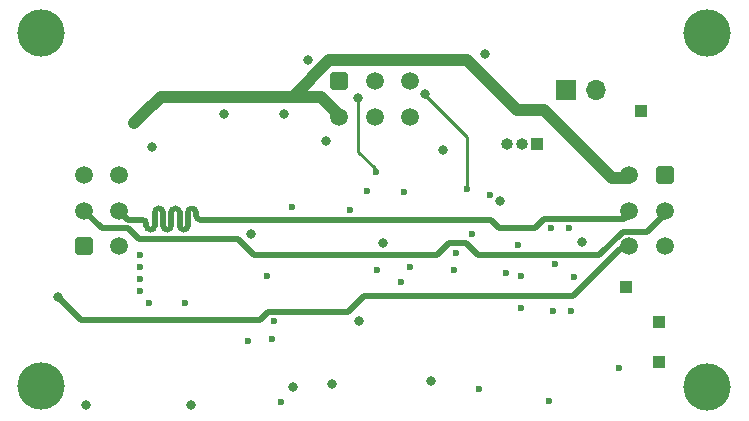
<source format=gbl>
%TF.GenerationSoftware,KiCad,Pcbnew,(6.0.0)*%
%TF.CreationDate,2022-12-31T23:54:09-06:00*%
%TF.ProjectId,WheelspeedController,57686565-6c73-4706-9565-64436f6e7472,rev?*%
%TF.SameCoordinates,Original*%
%TF.FileFunction,Copper,L4,Bot*%
%TF.FilePolarity,Positive*%
%FSLAX46Y46*%
G04 Gerber Fmt 4.6, Leading zero omitted, Abs format (unit mm)*
G04 Created by KiCad (PCBNEW (6.0.0)) date 2022-12-31 23:54:09*
%MOMM*%
%LPD*%
G01*
G04 APERTURE LIST*
G04 Aperture macros list*
%AMRoundRect*
0 Rectangle with rounded corners*
0 $1 Rounding radius*
0 $2 $3 $4 $5 $6 $7 $8 $9 X,Y pos of 4 corners*
0 Add a 4 corners polygon primitive as box body*
4,1,4,$2,$3,$4,$5,$6,$7,$8,$9,$2,$3,0*
0 Add four circle primitives for the rounded corners*
1,1,$1+$1,$2,$3*
1,1,$1+$1,$4,$5*
1,1,$1+$1,$6,$7*
1,1,$1+$1,$8,$9*
0 Add four rect primitives between the rounded corners*
20,1,$1+$1,$2,$3,$4,$5,0*
20,1,$1+$1,$4,$5,$6,$7,0*
20,1,$1+$1,$6,$7,$8,$9,0*
20,1,$1+$1,$8,$9,$2,$3,0*%
G04 Aperture macros list end*
%TA.AperFunction,ComponentPad*%
%ADD10C,1.500000*%
%TD*%
%TA.AperFunction,ComponentPad*%
%ADD11RoundRect,0.250001X-0.499999X-0.499999X0.499999X-0.499999X0.499999X0.499999X-0.499999X0.499999X0*%
%TD*%
%TA.AperFunction,ComponentPad*%
%ADD12R,1.000000X1.000000*%
%TD*%
%TA.AperFunction,ComponentPad*%
%ADD13R,1.700000X1.700000*%
%TD*%
%TA.AperFunction,ComponentPad*%
%ADD14O,1.700000X1.700000*%
%TD*%
%TA.AperFunction,ComponentPad*%
%ADD15C,4.000000*%
%TD*%
%TA.AperFunction,ComponentPad*%
%ADD16O,1.000000X1.000000*%
%TD*%
%TA.AperFunction,ComponentPad*%
%ADD17RoundRect,0.250001X0.499999X-0.499999X0.499999X0.499999X-0.499999X0.499999X-0.499999X-0.499999X0*%
%TD*%
%TA.AperFunction,ComponentPad*%
%ADD18RoundRect,0.250001X-0.499999X0.499999X-0.499999X-0.499999X0.499999X-0.499999X0.499999X0.499999X0*%
%TD*%
%TA.AperFunction,ViaPad*%
%ADD19C,0.800000*%
%TD*%
%TA.AperFunction,ViaPad*%
%ADD20C,0.600000*%
%TD*%
%TA.AperFunction,Conductor*%
%ADD21C,1.000000*%
%TD*%
%TA.AperFunction,Conductor*%
%ADD22C,0.250000*%
%TD*%
%TA.AperFunction,Conductor*%
%ADD23C,0.500000*%
%TD*%
G04 APERTURE END LIST*
D10*
%TO.P,J2,6,Pin_6*%
%TO.N,/Extra1*%
X93180000Y-79710000D03*
%TO.P,J2,5,Pin_5*%
%TO.N,+5V*%
X90180000Y-79710000D03*
%TO.P,J2,4,Pin_4*%
%TO.N,+24V*%
X87180000Y-79710000D03*
%TO.P,J2,3,Pin_3*%
%TO.N,/WheelIn1*%
X93180000Y-76710000D03*
%TO.P,J2,2,Pin_2*%
%TO.N,/WheelIn2*%
X90180000Y-76710000D03*
D11*
%TO.P,J2,1,Pin_1*%
%TO.N,GND*%
X87180000Y-76710000D03*
%TD*%
D12*
%TO.P,TP11,1,1*%
%TO.N,Net-(D9-Pad4)*%
X111506000Y-94132400D03*
%TD*%
D13*
%TO.P,J4,1,Pin_1*%
%TO.N,Net-(C19-Pad2)*%
X106421000Y-77470000D03*
D14*
%TO.P,J4,2,Pin_2*%
%TO.N,Net-(J4-Pad2)*%
X108961000Y-77470000D03*
%TD*%
D15*
%TO.P,TP4,1,1*%
%TO.N,GND*%
X61976000Y-102463600D03*
%TD*%
%TO.P,TP1,1,1*%
%TO.N,GND*%
X61976000Y-72644000D03*
%TD*%
%TO.P,TP2,1,1*%
%TO.N,GND*%
X118364000Y-102616000D03*
%TD*%
D12*
%TO.P,TP9,1,1*%
%TO.N,Net-(D9-Pad6)*%
X112776000Y-79248000D03*
%TD*%
%TO.P,TP5,1,1*%
%TO.N,/MCU/CAN1_TX*%
X114249200Y-97078800D03*
%TD*%
%TO.P,SW2,1,A*%
%TO.N,+3V3*%
X103891000Y-82042000D03*
D16*
%TO.P,SW2,2,B*%
%TO.N,Net-(R22-Pad1)*%
X102621000Y-82042000D03*
%TO.P,SW2,3,C*%
%TO.N,GND*%
X101351000Y-82042000D03*
%TD*%
D10*
%TO.P,J1,6,Pin_6*%
%TO.N,/SHIELD*%
X68577000Y-84654000D03*
%TO.P,J1,5,Pin_5*%
%TO.N,/CAN+*%
X68577000Y-87654000D03*
%TO.P,J1,4,Pin_4*%
%TO.N,+24V*%
X68577000Y-90654000D03*
%TO.P,J1,3,Pin_3*%
%TO.N,/PassThru*%
X65577000Y-84654000D03*
%TO.P,J1,2,Pin_2*%
%TO.N,/CAN-*%
X65577000Y-87654000D03*
D17*
%TO.P,J1,1,Pin_1*%
%TO.N,GND*%
X65577000Y-90654000D03*
%TD*%
D12*
%TO.P,TP7,1,1*%
%TO.N,/MCU/CAN1_RX*%
X114249200Y-100507800D03*
%TD*%
D10*
%TO.P,J3,6,Pin_6*%
%TO.N,/SHIELD*%
X111763000Y-90664000D03*
%TO.P,J3,5,Pin_5*%
%TO.N,/CAN+*%
X111763000Y-87664000D03*
%TO.P,J3,4,Pin_4*%
%TO.N,+24V*%
X111763000Y-84664000D03*
%TO.P,J3,3,Pin_3*%
%TO.N,/PassThru*%
X114763000Y-90664000D03*
%TO.P,J3,2,Pin_2*%
%TO.N,/CAN-*%
X114763000Y-87664000D03*
D18*
%TO.P,J3,1,Pin_1*%
%TO.N,GND*%
X114763000Y-84664000D03*
%TD*%
D15*
%TO.P,TP3,1,1*%
%TO.N,GND*%
X118364000Y-72644000D03*
%TD*%
D19*
%TO.N,/WheelIn2*%
X88779000Y-78111000D03*
%TO.N,/WheelIn1*%
X94475400Y-77769000D03*
%TO.N,+24V*%
X69850000Y-80264000D03*
X70612000Y-79502000D03*
X71374000Y-78740000D03*
X72136000Y-77978000D03*
%TO.N,GND*%
X82550000Y-79502000D03*
X90932000Y-90424000D03*
X86614000Y-102362000D03*
X71374000Y-82296000D03*
D20*
X70358000Y-94488000D03*
D19*
X83312000Y-102616000D03*
X95961200Y-82499200D03*
D20*
X71120000Y-95504000D03*
D19*
X94996000Y-102108000D03*
D20*
X70358000Y-92456000D03*
D19*
X77470000Y-79502000D03*
X74676000Y-104140000D03*
X100838000Y-86868000D03*
X86106000Y-81788000D03*
D20*
X74168000Y-95504000D03*
X79502000Y-98679000D03*
D19*
X65786000Y-104140000D03*
X99568000Y-74422000D03*
D20*
X83185000Y-87376000D03*
X97078800Y-91236800D03*
X70358000Y-93472000D03*
D19*
X88900000Y-97028000D03*
D20*
X110896400Y-100939600D03*
X101346000Y-92913200D03*
X70358000Y-91440000D03*
D19*
X107746800Y-90322400D03*
D20*
X105257600Y-96113600D03*
X92710000Y-86106000D03*
%TO.N,/WheelIn1*%
X93218000Y-92456000D03*
D19*
X84582000Y-74930000D03*
D20*
X98044000Y-85852000D03*
%TO.N,/WheelIn2*%
X90424000Y-92710000D03*
X90271600Y-84378800D03*
%TO.N,+3V3*%
X102565200Y-95859600D03*
X102362000Y-90576400D03*
X104952800Y-103733600D03*
X99060000Y-102717600D03*
X89535000Y-85979000D03*
X88138000Y-87630000D03*
X102565200Y-93192600D03*
D19*
%TO.N,+5V*%
X79756000Y-89662000D03*
D20*
X81534000Y-98552000D03*
X82296000Y-103886000D03*
%TO.N,Net-(D9-Pad4)*%
X105156000Y-89154000D03*
X106680000Y-89154000D03*
X107035600Y-93268800D03*
%TO.N,/MCU/BOOT0*%
X98450400Y-89662000D03*
X96926400Y-92659200D03*
%TO.N,/MCU/CAN1_TX*%
X105486200Y-92202000D03*
%TO.N,/MCU/CAN1_RX*%
X106807000Y-96164400D03*
%TO.N,Net-(D10-Pad5)*%
X81686400Y-96977200D03*
X81076800Y-93218000D03*
%TO.N,Net-(R22-Pad1)*%
X99949000Y-86334600D03*
%TO.N,/Extra1*%
X92456000Y-93726000D03*
D19*
%TO.N,/SHIELD*%
X63347600Y-94945200D03*
%TD*%
D21*
%TO.N,+24V*%
X102235000Y-79121000D02*
X104521000Y-79121000D01*
X86360000Y-74930000D02*
X98044000Y-74930000D01*
X83261200Y-78028800D02*
X86360000Y-74930000D01*
X81635600Y-78028800D02*
X83261200Y-78028800D01*
X98044000Y-74930000D02*
X102235000Y-79121000D01*
X110318000Y-84918000D02*
X104521000Y-79121000D01*
D22*
%TO.N,/WheelIn2*%
X88779000Y-82683000D02*
X88779000Y-78111000D01*
X90093800Y-83997800D02*
X88779000Y-82683000D01*
D21*
%TO.N,+24V*%
X87180000Y-79530200D02*
X85678600Y-78028800D01*
X87180000Y-79710000D02*
X87180000Y-79530200D01*
X70612000Y-79502000D02*
X69850000Y-80264000D01*
X70612000Y-79502000D02*
X72085200Y-78028800D01*
X72085200Y-78028800D02*
X73456800Y-78028800D01*
X75844400Y-78028800D02*
X73456800Y-78028800D01*
D23*
%TO.N,/CAN+*%
X70514000Y-88416000D02*
X69339000Y-88416000D01*
X70864000Y-88922076D02*
X70864000Y-88766000D01*
X71564000Y-88416000D02*
X71564000Y-88922076D01*
X72264000Y-88416000D02*
X72264000Y-87809924D01*
X72264000Y-88922076D02*
X72264000Y-88416000D01*
X72964000Y-88416000D02*
X72964000Y-88922076D01*
X72964000Y-87809924D02*
X72964000Y-88416000D01*
X73664000Y-88416000D02*
X73664000Y-87809924D01*
X74364000Y-88066000D02*
X74364000Y-88922076D01*
X100049200Y-88416000D02*
X75414000Y-88416000D01*
X100736400Y-89103200D02*
X100049200Y-88416000D01*
X104495600Y-88341200D02*
X103733600Y-89103200D01*
X111763000Y-87918000D02*
X111339800Y-88341200D01*
X70514000Y-88416000D02*
G75*
G02*
X70864000Y-88766000I-1J-350001D01*
G01*
X74364000Y-87809924D02*
X74364000Y-88066000D01*
X70864000Y-88922076D02*
G75*
G03*
X71214000Y-89272076I350001J1D01*
G01*
X71564000Y-87809924D02*
G75*
G02*
X71914000Y-87459924I350001J-1D01*
G01*
X71564000Y-87809924D02*
X71564000Y-88416000D01*
X71914000Y-87459924D02*
G75*
G02*
X72264000Y-87809924I-1J-350001D01*
G01*
X71214000Y-89272076D02*
G75*
G03*
X71564000Y-88922076I-1J350001D01*
G01*
X72264000Y-88922076D02*
G75*
G03*
X72614000Y-89272076I350001J1D01*
G01*
X103733600Y-89103200D02*
X100736400Y-89103200D01*
X72964000Y-87809924D02*
G75*
G02*
X73314000Y-87459924I350001J-1D01*
G01*
X111339800Y-88341200D02*
X104495600Y-88341200D01*
X74014000Y-89272076D02*
G75*
G03*
X74364000Y-88922076I-1J350001D01*
G01*
X69339000Y-88416000D02*
X68577000Y-87654000D01*
X74364000Y-87809924D02*
G75*
G02*
X74714000Y-87459924I350001J-1D01*
G01*
X72614000Y-89272076D02*
G75*
G03*
X72964000Y-88922076I-1J350001D01*
G01*
X74714000Y-87459924D02*
G75*
G02*
X75064000Y-87809924I-1J-350001D01*
G01*
X73664000Y-88922076D02*
X73664000Y-88416000D01*
X73664000Y-88922076D02*
G75*
G03*
X74014000Y-89272076I350001J1D01*
G01*
X75064000Y-88066000D02*
G75*
G03*
X75414000Y-88416000I350001J1D01*
G01*
X73314000Y-87459924D02*
G75*
G02*
X73664000Y-87809924I-1J-350001D01*
G01*
X75064000Y-88066000D02*
X75064000Y-87809924D01*
%TO.N,/CAN-*%
X67077000Y-89154000D02*
X65577000Y-87654000D01*
X69342000Y-89154000D02*
X67077000Y-89154000D01*
X70205600Y-90017600D02*
X69342000Y-89154000D01*
X78587600Y-90017600D02*
X70205600Y-90017600D01*
X80010000Y-91440000D02*
X78587600Y-90017600D01*
X95453200Y-91440000D02*
X80010000Y-91440000D01*
X98907600Y-91440000D02*
X97891600Y-90424000D01*
X111201200Y-89458800D02*
X109220000Y-91440000D01*
X109220000Y-91440000D02*
X98907600Y-91440000D01*
X97891600Y-90424000D02*
X96469200Y-90424000D01*
X113222200Y-89458800D02*
X111201200Y-89458800D01*
X96469200Y-90424000D02*
X95453200Y-91440000D01*
X114763000Y-87918000D02*
X113222200Y-89458800D01*
D22*
%TO.N,/WheelIn1*%
X98044000Y-81394200D02*
X94475400Y-77825600D01*
X98044000Y-85852000D02*
X98044000Y-81394200D01*
%TO.N,/WheelIn2*%
X90093800Y-83997800D02*
X90093800Y-84201000D01*
X90093800Y-83997800D02*
X90271600Y-84175600D01*
X90093800Y-84201000D02*
X90271600Y-84378800D01*
D21*
%TO.N,+24V*%
X75844400Y-78028800D02*
X81635600Y-78028800D01*
X75844400Y-78028800D02*
X84251800Y-78028800D01*
X81635600Y-78028800D02*
X85678600Y-78028800D01*
X81635600Y-78028800D02*
X83616800Y-78028800D01*
X111763000Y-84918000D02*
X110318000Y-84918000D01*
D23*
%TO.N,/SHIELD*%
X87934800Y-96215200D02*
X89255600Y-94894400D01*
X65328800Y-96926400D02*
X80467200Y-96926400D01*
X111763000Y-90918000D02*
X110961200Y-90918000D01*
X81178400Y-96215200D02*
X87934800Y-96215200D01*
X89255600Y-94894400D02*
X106984800Y-94894400D01*
X80467200Y-96926400D02*
X81178400Y-96215200D01*
X63347600Y-94945200D02*
X65328800Y-96926400D01*
X110961200Y-90918000D02*
X106984800Y-94894400D01*
%TD*%
M02*

</source>
